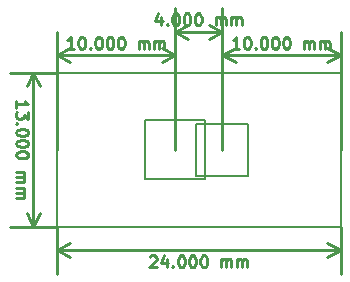
<source format=gbr>
G04 (created by PCBNEW (2013-04-21 BZR 4107)-testing) date Thursday, 06 June 2013 15:24:26*
%MOIN*%
G04 Gerber Fmt 3.4, Leading zero omitted, Abs format*
%FSLAX34Y34*%
G01*
G70*
G90*
G04 APERTURE LIST*
%ADD10C,0*%
%ADD11C,0.00787402*%
%ADD12C,0.00984252*%
G04 APERTURE END LIST*
G54D10*
G54D11*
X61496Y-30433D02*
X59763Y-30433D01*
X61496Y-32165D02*
X61496Y-30433D01*
X59763Y-32165D02*
X61496Y-32165D01*
X59763Y-30433D02*
X59763Y-32165D01*
X60059Y-30314D02*
X58051Y-30314D01*
X60059Y-32283D02*
X60059Y-30314D01*
X58051Y-32283D02*
X60059Y-32283D01*
X58051Y-30314D02*
X58051Y-32283D01*
G54D12*
X58586Y-26884D02*
X58586Y-27146D01*
X58492Y-26734D02*
X58398Y-27015D01*
X58642Y-27015D01*
X58792Y-27109D02*
X58811Y-27127D01*
X58792Y-27146D01*
X58773Y-27127D01*
X58792Y-27109D01*
X58792Y-27146D01*
X59055Y-26752D02*
X59092Y-26752D01*
X59130Y-26771D01*
X59148Y-26790D01*
X59167Y-26827D01*
X59186Y-26902D01*
X59186Y-26996D01*
X59167Y-27071D01*
X59148Y-27109D01*
X59130Y-27127D01*
X59092Y-27146D01*
X59055Y-27146D01*
X59017Y-27127D01*
X58998Y-27109D01*
X58980Y-27071D01*
X58961Y-26996D01*
X58961Y-26902D01*
X58980Y-26827D01*
X58998Y-26790D01*
X59017Y-26771D01*
X59055Y-26752D01*
X59430Y-26752D02*
X59467Y-26752D01*
X59505Y-26771D01*
X59523Y-26790D01*
X59542Y-26827D01*
X59561Y-26902D01*
X59561Y-26996D01*
X59542Y-27071D01*
X59523Y-27109D01*
X59505Y-27127D01*
X59467Y-27146D01*
X59430Y-27146D01*
X59392Y-27127D01*
X59373Y-27109D01*
X59355Y-27071D01*
X59336Y-26996D01*
X59336Y-26902D01*
X59355Y-26827D01*
X59373Y-26790D01*
X59392Y-26771D01*
X59430Y-26752D01*
X59805Y-26752D02*
X59842Y-26752D01*
X59880Y-26771D01*
X59898Y-26790D01*
X59917Y-26827D01*
X59936Y-26902D01*
X59936Y-26996D01*
X59917Y-27071D01*
X59898Y-27109D01*
X59880Y-27127D01*
X59842Y-27146D01*
X59805Y-27146D01*
X59767Y-27127D01*
X59748Y-27109D01*
X59730Y-27071D01*
X59711Y-26996D01*
X59711Y-26902D01*
X59730Y-26827D01*
X59748Y-26790D01*
X59767Y-26771D01*
X59805Y-26752D01*
X60404Y-27146D02*
X60404Y-26884D01*
X60404Y-26921D02*
X60423Y-26902D01*
X60461Y-26884D01*
X60517Y-26884D01*
X60554Y-26902D01*
X60573Y-26940D01*
X60573Y-27146D01*
X60573Y-26940D02*
X60592Y-26902D01*
X60629Y-26884D01*
X60686Y-26884D01*
X60723Y-26902D01*
X60742Y-26940D01*
X60742Y-27146D01*
X60929Y-27146D02*
X60929Y-26884D01*
X60929Y-26921D02*
X60948Y-26902D01*
X60986Y-26884D01*
X61042Y-26884D01*
X61079Y-26902D01*
X61098Y-26940D01*
X61098Y-27146D01*
X61098Y-26940D02*
X61117Y-26902D01*
X61154Y-26884D01*
X61211Y-26884D01*
X61248Y-26902D01*
X61267Y-26940D01*
X61267Y-27146D01*
X59055Y-27362D02*
X60629Y-27362D01*
X59055Y-31299D02*
X59055Y-26574D01*
X60629Y-31299D02*
X60629Y-26574D01*
X60629Y-27362D02*
X60186Y-27593D01*
X60629Y-27362D02*
X60186Y-27131D01*
X59055Y-27362D02*
X59498Y-27593D01*
X59055Y-27362D02*
X59498Y-27131D01*
X61192Y-27934D02*
X60967Y-27934D01*
X61079Y-27934D02*
X61079Y-27540D01*
X61042Y-27596D01*
X61004Y-27634D01*
X60967Y-27652D01*
X61436Y-27540D02*
X61473Y-27540D01*
X61511Y-27559D01*
X61529Y-27577D01*
X61548Y-27615D01*
X61567Y-27690D01*
X61567Y-27784D01*
X61548Y-27859D01*
X61529Y-27896D01*
X61511Y-27915D01*
X61473Y-27934D01*
X61436Y-27934D01*
X61398Y-27915D01*
X61379Y-27896D01*
X61361Y-27859D01*
X61342Y-27784D01*
X61342Y-27690D01*
X61361Y-27615D01*
X61379Y-27577D01*
X61398Y-27559D01*
X61436Y-27540D01*
X61736Y-27896D02*
X61754Y-27915D01*
X61736Y-27934D01*
X61717Y-27915D01*
X61736Y-27896D01*
X61736Y-27934D01*
X61998Y-27540D02*
X62035Y-27540D01*
X62073Y-27559D01*
X62092Y-27577D01*
X62110Y-27615D01*
X62129Y-27690D01*
X62129Y-27784D01*
X62110Y-27859D01*
X62092Y-27896D01*
X62073Y-27915D01*
X62035Y-27934D01*
X61998Y-27934D01*
X61961Y-27915D01*
X61942Y-27896D01*
X61923Y-27859D01*
X61904Y-27784D01*
X61904Y-27690D01*
X61923Y-27615D01*
X61942Y-27577D01*
X61961Y-27559D01*
X61998Y-27540D01*
X62373Y-27540D02*
X62410Y-27540D01*
X62448Y-27559D01*
X62467Y-27577D01*
X62485Y-27615D01*
X62504Y-27690D01*
X62504Y-27784D01*
X62485Y-27859D01*
X62467Y-27896D01*
X62448Y-27915D01*
X62410Y-27934D01*
X62373Y-27934D01*
X62335Y-27915D01*
X62317Y-27896D01*
X62298Y-27859D01*
X62279Y-27784D01*
X62279Y-27690D01*
X62298Y-27615D01*
X62317Y-27577D01*
X62335Y-27559D01*
X62373Y-27540D01*
X62748Y-27540D02*
X62785Y-27540D01*
X62823Y-27559D01*
X62842Y-27577D01*
X62860Y-27615D01*
X62879Y-27690D01*
X62879Y-27784D01*
X62860Y-27859D01*
X62842Y-27896D01*
X62823Y-27915D01*
X62785Y-27934D01*
X62748Y-27934D01*
X62710Y-27915D01*
X62692Y-27896D01*
X62673Y-27859D01*
X62654Y-27784D01*
X62654Y-27690D01*
X62673Y-27615D01*
X62692Y-27577D01*
X62710Y-27559D01*
X62748Y-27540D01*
X63348Y-27934D02*
X63348Y-27671D01*
X63348Y-27709D02*
X63367Y-27690D01*
X63404Y-27671D01*
X63460Y-27671D01*
X63498Y-27690D01*
X63517Y-27727D01*
X63517Y-27934D01*
X63517Y-27727D02*
X63535Y-27690D01*
X63573Y-27671D01*
X63629Y-27671D01*
X63667Y-27690D01*
X63685Y-27727D01*
X63685Y-27934D01*
X63873Y-27934D02*
X63873Y-27671D01*
X63873Y-27709D02*
X63892Y-27690D01*
X63929Y-27671D01*
X63985Y-27671D01*
X64023Y-27690D01*
X64041Y-27727D01*
X64041Y-27934D01*
X64041Y-27727D02*
X64060Y-27690D01*
X64098Y-27671D01*
X64154Y-27671D01*
X64191Y-27690D01*
X64210Y-27727D01*
X64210Y-27934D01*
X60629Y-28149D02*
X64566Y-28149D01*
X60629Y-31299D02*
X60629Y-27362D01*
X64566Y-31299D02*
X64566Y-27362D01*
X64566Y-28149D02*
X64123Y-28380D01*
X64566Y-28149D02*
X64123Y-27918D01*
X60629Y-28149D02*
X61073Y-28380D01*
X60629Y-28149D02*
X61073Y-27918D01*
X55680Y-27934D02*
X55455Y-27934D01*
X55568Y-27934D02*
X55568Y-27540D01*
X55530Y-27596D01*
X55493Y-27634D01*
X55455Y-27652D01*
X55924Y-27540D02*
X55961Y-27540D01*
X55999Y-27559D01*
X56017Y-27577D01*
X56036Y-27615D01*
X56055Y-27690D01*
X56055Y-27784D01*
X56036Y-27859D01*
X56017Y-27896D01*
X55999Y-27915D01*
X55961Y-27934D01*
X55924Y-27934D01*
X55886Y-27915D01*
X55868Y-27896D01*
X55849Y-27859D01*
X55830Y-27784D01*
X55830Y-27690D01*
X55849Y-27615D01*
X55868Y-27577D01*
X55886Y-27559D01*
X55924Y-27540D01*
X56224Y-27896D02*
X56242Y-27915D01*
X56224Y-27934D01*
X56205Y-27915D01*
X56224Y-27896D01*
X56224Y-27934D01*
X56486Y-27540D02*
X56524Y-27540D01*
X56561Y-27559D01*
X56580Y-27577D01*
X56599Y-27615D01*
X56617Y-27690D01*
X56617Y-27784D01*
X56599Y-27859D01*
X56580Y-27896D01*
X56561Y-27915D01*
X56524Y-27934D01*
X56486Y-27934D01*
X56449Y-27915D01*
X56430Y-27896D01*
X56411Y-27859D01*
X56392Y-27784D01*
X56392Y-27690D01*
X56411Y-27615D01*
X56430Y-27577D01*
X56449Y-27559D01*
X56486Y-27540D01*
X56861Y-27540D02*
X56899Y-27540D01*
X56936Y-27559D01*
X56955Y-27577D01*
X56974Y-27615D01*
X56992Y-27690D01*
X56992Y-27784D01*
X56974Y-27859D01*
X56955Y-27896D01*
X56936Y-27915D01*
X56899Y-27934D01*
X56861Y-27934D01*
X56824Y-27915D01*
X56805Y-27896D01*
X56786Y-27859D01*
X56767Y-27784D01*
X56767Y-27690D01*
X56786Y-27615D01*
X56805Y-27577D01*
X56824Y-27559D01*
X56861Y-27540D01*
X57236Y-27540D02*
X57274Y-27540D01*
X57311Y-27559D01*
X57330Y-27577D01*
X57349Y-27615D01*
X57367Y-27690D01*
X57367Y-27784D01*
X57349Y-27859D01*
X57330Y-27896D01*
X57311Y-27915D01*
X57274Y-27934D01*
X57236Y-27934D01*
X57199Y-27915D01*
X57180Y-27896D01*
X57161Y-27859D01*
X57142Y-27784D01*
X57142Y-27690D01*
X57161Y-27615D01*
X57180Y-27577D01*
X57199Y-27559D01*
X57236Y-27540D01*
X57836Y-27934D02*
X57836Y-27671D01*
X57836Y-27709D02*
X57855Y-27690D01*
X57892Y-27671D01*
X57949Y-27671D01*
X57986Y-27690D01*
X58005Y-27727D01*
X58005Y-27934D01*
X58005Y-27727D02*
X58023Y-27690D01*
X58061Y-27671D01*
X58117Y-27671D01*
X58155Y-27690D01*
X58173Y-27727D01*
X58173Y-27934D01*
X58361Y-27934D02*
X58361Y-27671D01*
X58361Y-27709D02*
X58380Y-27690D01*
X58417Y-27671D01*
X58473Y-27671D01*
X58511Y-27690D01*
X58530Y-27727D01*
X58530Y-27934D01*
X58530Y-27727D02*
X58548Y-27690D01*
X58586Y-27671D01*
X58642Y-27671D01*
X58680Y-27690D01*
X58698Y-27727D01*
X58698Y-27934D01*
X55118Y-28149D02*
X59055Y-28149D01*
X55118Y-31299D02*
X55118Y-27362D01*
X59055Y-31299D02*
X59055Y-27362D01*
X59055Y-28149D02*
X58611Y-28380D01*
X59055Y-28149D02*
X58611Y-27918D01*
X55118Y-28149D02*
X55561Y-28380D01*
X55118Y-28149D02*
X55561Y-27918D01*
G54D11*
X64566Y-28740D02*
X55118Y-28740D01*
X64566Y-33858D02*
X64566Y-28740D01*
X55118Y-33858D02*
X64566Y-33858D01*
X55118Y-28740D02*
X55118Y-33858D01*
G54D12*
X58211Y-34861D02*
X58230Y-34842D01*
X58267Y-34823D01*
X58361Y-34823D01*
X58398Y-34842D01*
X58417Y-34861D01*
X58436Y-34898D01*
X58436Y-34936D01*
X58417Y-34992D01*
X58192Y-35217D01*
X58436Y-35217D01*
X58773Y-34955D02*
X58773Y-35217D01*
X58680Y-34805D02*
X58586Y-35086D01*
X58830Y-35086D01*
X58980Y-35179D02*
X58998Y-35198D01*
X58980Y-35217D01*
X58961Y-35198D01*
X58980Y-35179D01*
X58980Y-35217D01*
X59242Y-34823D02*
X59280Y-34823D01*
X59317Y-34842D01*
X59336Y-34861D01*
X59355Y-34898D01*
X59373Y-34973D01*
X59373Y-35067D01*
X59355Y-35142D01*
X59336Y-35179D01*
X59317Y-35198D01*
X59280Y-35217D01*
X59242Y-35217D01*
X59205Y-35198D01*
X59186Y-35179D01*
X59167Y-35142D01*
X59148Y-35067D01*
X59148Y-34973D01*
X59167Y-34898D01*
X59186Y-34861D01*
X59205Y-34842D01*
X59242Y-34823D01*
X59617Y-34823D02*
X59655Y-34823D01*
X59692Y-34842D01*
X59711Y-34861D01*
X59730Y-34898D01*
X59748Y-34973D01*
X59748Y-35067D01*
X59730Y-35142D01*
X59711Y-35179D01*
X59692Y-35198D01*
X59655Y-35217D01*
X59617Y-35217D01*
X59580Y-35198D01*
X59561Y-35179D01*
X59542Y-35142D01*
X59523Y-35067D01*
X59523Y-34973D01*
X59542Y-34898D01*
X59561Y-34861D01*
X59580Y-34842D01*
X59617Y-34823D01*
X59992Y-34823D02*
X60029Y-34823D01*
X60067Y-34842D01*
X60086Y-34861D01*
X60104Y-34898D01*
X60123Y-34973D01*
X60123Y-35067D01*
X60104Y-35142D01*
X60086Y-35179D01*
X60067Y-35198D01*
X60029Y-35217D01*
X59992Y-35217D01*
X59955Y-35198D01*
X59936Y-35179D01*
X59917Y-35142D01*
X59898Y-35067D01*
X59898Y-34973D01*
X59917Y-34898D01*
X59936Y-34861D01*
X59955Y-34842D01*
X59992Y-34823D01*
X60592Y-35217D02*
X60592Y-34955D01*
X60592Y-34992D02*
X60611Y-34973D01*
X60648Y-34955D01*
X60704Y-34955D01*
X60742Y-34973D01*
X60761Y-35011D01*
X60761Y-35217D01*
X60761Y-35011D02*
X60779Y-34973D01*
X60817Y-34955D01*
X60873Y-34955D01*
X60911Y-34973D01*
X60929Y-35011D01*
X60929Y-35217D01*
X61117Y-35217D02*
X61117Y-34955D01*
X61117Y-34992D02*
X61136Y-34973D01*
X61173Y-34955D01*
X61229Y-34955D01*
X61267Y-34973D01*
X61286Y-35011D01*
X61286Y-35217D01*
X61286Y-35011D02*
X61304Y-34973D01*
X61342Y-34955D01*
X61398Y-34955D01*
X61436Y-34973D01*
X61454Y-35011D01*
X61454Y-35217D01*
X55118Y-34645D02*
X64566Y-34645D01*
X55118Y-33858D02*
X55118Y-35433D01*
X64566Y-33858D02*
X64566Y-35433D01*
X64566Y-34645D02*
X64123Y-34876D01*
X64566Y-34645D02*
X64123Y-34414D01*
X55118Y-34645D02*
X55561Y-34876D01*
X55118Y-34645D02*
X55561Y-34414D01*
X53758Y-29893D02*
X53758Y-29668D01*
X53758Y-29780D02*
X54152Y-29780D01*
X54096Y-29743D01*
X54058Y-29705D01*
X54040Y-29668D01*
X54152Y-30024D02*
X54152Y-30268D01*
X54002Y-30136D01*
X54002Y-30193D01*
X53983Y-30230D01*
X53965Y-30249D01*
X53927Y-30268D01*
X53833Y-30268D01*
X53796Y-30249D01*
X53777Y-30230D01*
X53758Y-30193D01*
X53758Y-30080D01*
X53777Y-30043D01*
X53796Y-30024D01*
X53796Y-30436D02*
X53777Y-30455D01*
X53758Y-30436D01*
X53777Y-30418D01*
X53796Y-30436D01*
X53758Y-30436D01*
X54152Y-30699D02*
X54152Y-30736D01*
X54133Y-30774D01*
X54115Y-30793D01*
X54077Y-30811D01*
X54002Y-30830D01*
X53908Y-30830D01*
X53833Y-30811D01*
X53796Y-30793D01*
X53777Y-30774D01*
X53758Y-30736D01*
X53758Y-30699D01*
X53777Y-30661D01*
X53796Y-30643D01*
X53833Y-30624D01*
X53908Y-30605D01*
X54002Y-30605D01*
X54077Y-30624D01*
X54115Y-30643D01*
X54133Y-30661D01*
X54152Y-30699D01*
X54152Y-31074D02*
X54152Y-31111D01*
X54133Y-31149D01*
X54115Y-31167D01*
X54077Y-31186D01*
X54002Y-31205D01*
X53908Y-31205D01*
X53833Y-31186D01*
X53796Y-31167D01*
X53777Y-31149D01*
X53758Y-31111D01*
X53758Y-31074D01*
X53777Y-31036D01*
X53796Y-31017D01*
X53833Y-30999D01*
X53908Y-30980D01*
X54002Y-30980D01*
X54077Y-30999D01*
X54115Y-31017D01*
X54133Y-31036D01*
X54152Y-31074D01*
X54152Y-31449D02*
X54152Y-31486D01*
X54133Y-31524D01*
X54115Y-31542D01*
X54077Y-31561D01*
X54002Y-31580D01*
X53908Y-31580D01*
X53833Y-31561D01*
X53796Y-31542D01*
X53777Y-31524D01*
X53758Y-31486D01*
X53758Y-31449D01*
X53777Y-31411D01*
X53796Y-31392D01*
X53833Y-31374D01*
X53908Y-31355D01*
X54002Y-31355D01*
X54077Y-31374D01*
X54115Y-31392D01*
X54133Y-31411D01*
X54152Y-31449D01*
X53758Y-32049D02*
X54021Y-32049D01*
X53983Y-32049D02*
X54002Y-32067D01*
X54021Y-32105D01*
X54021Y-32161D01*
X54002Y-32199D01*
X53965Y-32217D01*
X53758Y-32217D01*
X53965Y-32217D02*
X54002Y-32236D01*
X54021Y-32274D01*
X54021Y-32330D01*
X54002Y-32367D01*
X53965Y-32386D01*
X53758Y-32386D01*
X53758Y-32574D02*
X54021Y-32574D01*
X53983Y-32574D02*
X54002Y-32592D01*
X54021Y-32630D01*
X54021Y-32686D01*
X54002Y-32724D01*
X53965Y-32742D01*
X53758Y-32742D01*
X53965Y-32742D02*
X54002Y-32761D01*
X54021Y-32799D01*
X54021Y-32855D01*
X54002Y-32892D01*
X53965Y-32911D01*
X53758Y-32911D01*
X54330Y-28740D02*
X54330Y-33858D01*
X55118Y-28740D02*
X53543Y-28740D01*
X55118Y-33858D02*
X53543Y-33858D01*
X54330Y-33858D02*
X54099Y-33414D01*
X54330Y-33858D02*
X54561Y-33414D01*
X54330Y-28740D02*
X54099Y-29183D01*
X54330Y-28740D02*
X54561Y-29183D01*
M02*

</source>
